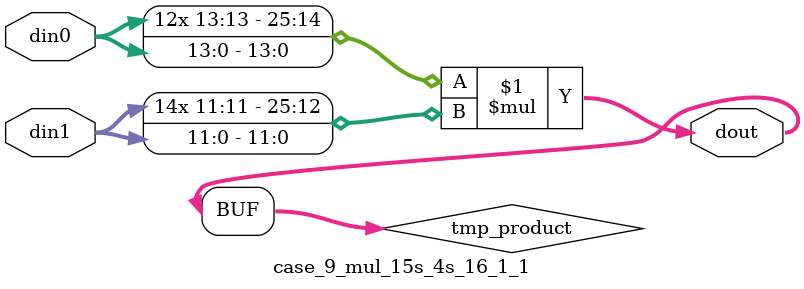
<source format=v>

`timescale 1 ns / 1 ps

 module case_9_mul_15s_4s_16_1_1(din0, din1, dout);
parameter ID = 1;
parameter NUM_STAGE = 0;
parameter din0_WIDTH = 14;
parameter din1_WIDTH = 12;
parameter dout_WIDTH = 26;

input [din0_WIDTH - 1 : 0] din0; 
input [din1_WIDTH - 1 : 0] din1; 
output [dout_WIDTH - 1 : 0] dout;

wire signed [dout_WIDTH - 1 : 0] tmp_product;



























assign tmp_product = $signed(din0) * $signed(din1);








assign dout = tmp_product;





















endmodule

</source>
